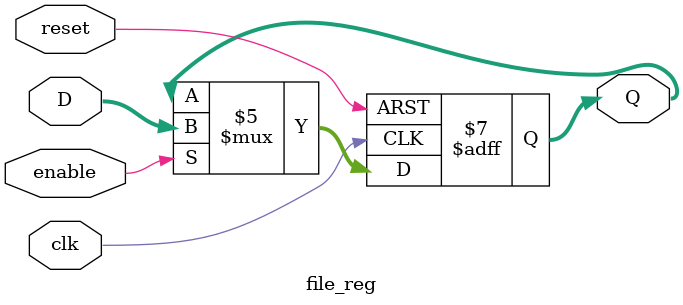
<source format=v>
module file_reg(D, clk, reset, enable, Q);
  input [15:0] D;
  input clk, reset, enable;
  output reg [15:0] Q;

  always @(posedge clk or posedge reset) begin
      if (reset == 1'b1) begin
          Q <= 16'b0000_0000_0000_0000;
      end else begin
          if (enable == 1'b1) begin
            Q <= D;
          end else begin
            Q <= Q;
          end
      end
  end
endmodule

</source>
